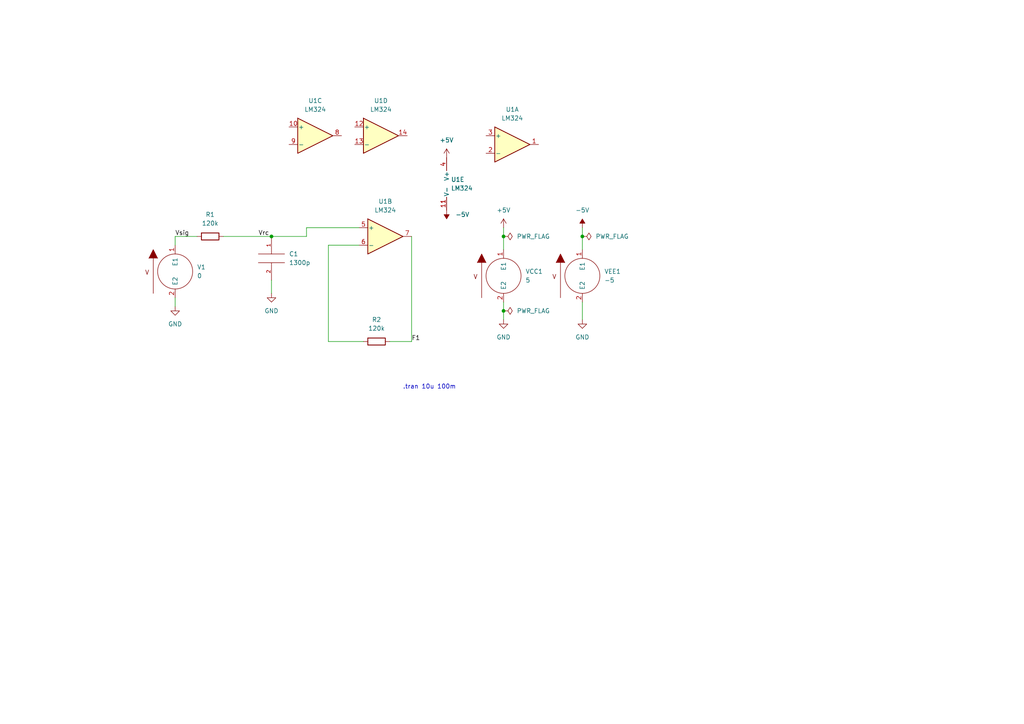
<source format=kicad_sch>
(kicad_sch (version 20211123) (generator eeschema)
  (paper "A4")
  (lib_symbols
    (symbol "Amplifier_Operational:LM324" (pin_names (offset 0.127))
      (property "Reference" "U" (at 0 5.08 0))
      (property "Value" "LM324" (at 0 -5.08 0))
      (symbol "LM324_1_1"
        (polyline (pts (xy -5.08 5.08) (xy 5.08 0) (xy -5.08 -5.08) (xy -5.08 5.08)) (stroke (width 0.254)) (fill (type background)))
        (pin output line (at 7.62 0 180) (length 2.54) (name "~") (number "1"))
        (pin input line (at -7.62 -2.54 0) (length 2.54) (name "-") (number "2"))
        (pin input line (at -7.62 2.54 0) (length 2.54) (name "+") (number "3"))
      )
      (symbol "LM324_2_1"
        (polyline (pts (xy -5.08 5.08) (xy 5.08 0) (xy -5.08 -5.08) (xy -5.08 5.08)) (stroke (width 0.254)) (fill (type background)))
        (pin input line (at -7.62 2.54 0) (length 2.54) (name "+") (number "5"))
        (pin input line (at -7.62 -2.54 0) (length 2.54) (name "-") (number "6"))
        (pin output line (at 7.62 0 180) (length 2.54) (name "~") (number "7"))
      )
      (symbol "LM324_3_1"
        (polyline (pts (xy -5.08 5.08) (xy 5.08 0) (xy -5.08 -5.08) (xy -5.08 5.08)) (stroke (width 0.254)) (fill (type background)))
        (pin input line (at -7.62 2.54 0) (length 2.54) (name "+") (number "10"))
        (pin output line (at 7.62 0 180) (length 2.54) (name "~") (number "8"))
        (pin input line (at -7.62 -2.54 0) (length 2.54) (name "-") (number "9"))
      )
      (symbol "LM324_4_1"
        (polyline (pts (xy -5.08 5.08) (xy 5.08 0) (xy -5.08 -5.08) (xy -5.08 5.08)) (stroke (width 0.254)) (fill (type background)))
        (pin input line (at -7.62 2.54 0) (length 2.54) (name "+") (number "12"))
        (pin input line (at -7.62 -2.54 0) (length 2.54) (name "-") (number "13"))
        (pin output line (at 7.62 0 180) (length 2.54) (name "~") (number "14"))
      )
      (symbol "LM324_5_1"
        (pin power_in line (at -2.54 -7.62 90) (length 3.81) (name "V-") (number "11"))
        (pin power_in line (at -2.54 7.62 270) (length 3.81) (name "V+") (number "4"))
      )
    )
    (symbol "Device:R" (pin_numbers hide) (pin_names (offset 0))
      (property "Reference" "R" (at 2.032 0 90))
      (property "Value" "R" (at 0 0 90))
      (symbol "R_0_1"
        (rectangle (start -1.016 -2.54) (end 1.016 2.54) (stroke (width 0.254)))
      )
      (symbol "R_1_1"
        (pin passive line (at 0 3.81 270) (length 1.27) (name "~") (number "1"))
        (pin passive line (at 0 -3.81 90) (length 1.27) (name "~") (number "2"))
      )
    )
    (symbol "power:+5V" (power) (pin_names (offset 0))
      (property "Value" "+5V" (at 0 3.556 0))
      (symbol "+5V_0_1"
        (polyline (pts (xy -0.762 1.27) (xy 0 2.54)))
        (polyline (pts (xy 0 0) (xy 0 2.54)))
        (polyline (pts (xy 0 2.54) (xy 0.762 1.27)))
      )
      (symbol "+5V_1_1"
        (pin power_in line (at 0 0 90) (length 0) hide (name "+5V") (number "1"))
      )
    )
    (symbol "power:-5V" (power) (pin_names (offset 0))
      (property "Value" "-5V" (at 0 3.81 0))
      (symbol "-5V_0_0"
        (pin power_in line (at 0 0 90) (length 0) hide (name "-5V") (number "1"))
      )
      (symbol "-5V_0_1"
        (polyline (pts (xy 0 0) (xy 0 1.27) (xy 0.762 1.27) (xy 0 2.54) (xy -0.762 1.27) (xy 0 1.27)) (fill (type outline)))
      )
    )
    (symbol "power:GND" (power) (pin_names (offset 0))
      (property "Value" "GND" (at 0 -3.81 0))
      (symbol "GND_0_1"
        (polyline (pts (xy 0 0) (xy 0 -1.27) (xy 1.27 -1.27) (xy 0 -2.54) (xy -1.27 -1.27) (xy 0 -1.27)))
      )
      (symbol "GND_1_1"
        (pin power_in line (at 0 0 270) (length 0) hide (name "GND") (number "1"))
      )
    )
    (symbol "power:PWR_FLAG" (power) (pin_numbers hide) (pin_names (offset 0) hide)
      (property "Value" "PWR_FLAG" (at 0 3.81 0))
      (symbol "PWR_FLAG_0_0"
        (pin power_out line (at 0 0 90) (length 0) (name "pwr") (number "1"))
      )
      (symbol "PWR_FLAG_0_1"
        (polyline (pts (xy 0 0) (xy 0 1.27) (xy -1.016 1.905) (xy 0 2.54) (xy 1.016 1.905) (xy 0 1.27)))
      )
    )
    (symbol "pspice:C" (pin_names (offset 0.254))
      (property "Reference" "C" (at 2.54 3.81 90))
      (property "Value" "C" (at 2.54 -3.81 90))
      (symbol "C_0_1"
        (polyline (pts (xy -3.81 -1.27) (xy 3.81 -1.27)))
        (polyline (pts (xy -3.81 1.27) (xy 3.81 1.27)))
      )
      (symbol "C_1_1"
        (pin passive line (at 0 6.35 270) (length 5.08) (name "~") (number "1"))
        (pin passive line (at 0 -6.35 90) (length 5.08) (name "~") (number "2"))
      )
    )
    (symbol "pspice:VSOURCE" (pin_names (offset 1.016))
      (property "Reference" "V" (at -6.35 7.62 0))
      (property "Value" "VSOURCE" (at 0 0 0))
      (symbol "VSOURCE_0_1"
        (polyline (pts (xy -6.35 -6.35) (xy -6.35 3.81)) (fill (type outline)))
        (polyline (pts (xy -7.62 3.81) (xy -6.35 6.35) (xy -5.08 3.81)) (fill (type outline)))
        (circle (center 0 0) (radius 5.08))
        (text "V" (at -8.128 -0.254 0) (effects (font (size 1.27 1.27))))
      )
      (symbol "VSOURCE_1_1"
        (pin input line (at 0 7.62 270) (length 2.54) (name "E1") (number "1"))
        (pin input line (at 0 -7.62 90) (length 2.54) (name "E2") (number "2"))
      )
    )
  )
  (junction (at 168.91 68.58))
  (junction (at 78.74 68.58))
  (junction (at 146.05 68.58))
  (junction (at 146.05 90.17))
  (wire (pts (xy 168.91 87.63) (xy 168.91 92.71)))
  (wire (pts (xy 64.77 68.58) (xy 78.74 68.58)))
  (wire (pts (xy 78.74 85.09) (xy 78.74 81.28)))
  (wire (pts (xy 119.38 68.58) (xy 119.38 99.06)))
  (wire (pts (xy 50.8 68.58) (xy 57.15 68.58)))
  (wire (pts (xy 105.41 99.06) (xy 95.25 99.06)))
  (wire (pts (xy 146.05 68.58) (xy 146.05 72.39)))
  (wire (pts (xy 50.8 68.58) (xy 50.8 71.12)))
  (wire (pts (xy 95.25 71.12) (xy 95.25 99.06)))
  (wire (pts (xy 88.9 66.04) (xy 88.9 68.58)))
  (wire (pts (xy 113.03 99.06) (xy 119.38 99.06)))
  (wire (pts (xy 95.25 71.12) (xy 104.14 71.12)))
  (wire (pts (xy 88.9 66.04) (xy 104.14 66.04)))
  (wire (pts (xy 168.91 68.58) (xy 168.91 72.39)))
  (wire (pts (xy 168.91 66.04) (xy 168.91 68.58)))
  (wire (pts (xy 50.8 86.36) (xy 50.8 88.9)))
  (wire (pts (xy 146.05 66.04) (xy 146.05 68.58)))
  (wire (pts (xy 146.05 87.63) (xy 146.05 90.17)))
  (wire (pts (xy 88.9 68.58) (xy 78.74 68.58)))
  (wire (pts (xy 146.05 90.17) (xy 146.05 92.71)))
  (text ".tran 10u 100m" (at 116.84 113.03 0) (effects (font (size 1.27 1.27)) (justify left bottom)))
  (label "Vrc" (at 74.93 68.58 0))
  (label "Vsig" (at 50.8 68.58 0))
  (label "F1" (at 119.38 99.06 0))
  (symbol (lib_id "power:GND") (at 50.8 88.9 0) (unit 1)
    (property "Reference" "#PWR01" (effects hide))
    (property "Value" "GND" (at 50.8 93.98 0))
  )
  (symbol (lib_id "power:+5V") (at 146.05 66.04 0) (unit 1)
    (property "Reference" "#PWR05" (effects hide))
    (property "Value" "+5V" (at 146.05 60.96 0))
  )
  (symbol (lib_id "power:PWR_FLAG") (at 168.91 68.58 270) (unit 1)
    (property "Reference" "#FLG03" (effects hide))
    (property "Value" "PWR_FLAG" (at 172.72 68.5799 90) (effects (justify left)))
  )
  (symbol (lib_id "power:GND") (at 168.91 92.71 0) (unit 1)
    (property "Reference" "#PWR08" (effects hide))
    (property "Value" "GND" (at 168.91 97.79 0))
  )
  (symbol (lib_id "Amplifier_Operational:LM324") (at 148.59 41.91 0) (unit 1)
    (property "Reference" "U1" (at 148.59 31.75 0))
    (property "Value" "LM324" (at 148.59 34.29 0))
    (property "Datasheet" "http://www.ti.com/lit/ds/symlink/lm2902-n.pdf" (effects hide))
    (property "Spice_Primitive" "X" (effects hide))
    (property "Spice_Model" "LMX24_LM2902a" (effects hide))
    (property "Spice_Netlist_Enabled" "Y" (effects hide))
    (property "Spice_Lib_File" "D:\\ECE_Projects\\Music_Visualizer\\KiCAD_Tests\\testLM324Quad_SubBass\\lmx24_lm2902-quad.lib" (effects hide))
  )
  (symbol (lib_id "pspice:VSOURCE") (at 168.91 80.01 0) (unit 1)
    (property "Reference" "VEE1" (at 175.26 78.7399 0) (effects (justify left)))
    (property "Value" "-5" (at 175.26 81.2799 0) (effects (justify left)))
    (property "Spice_Primitive" "V" (effects hide))
    (property "Spice_Model" "dc -5" (effects hide))
    (property "Spice_Netlist_Enabled" "Y" (effects hide))
  )
  (symbol (lib_id "pspice:VSOURCE") (at 50.8 78.74 0) (unit 1)
    (property "Reference" "V1" (at 57.15 77.4699 0) (effects (justify left)))
    (property "Value" "0" (at 57.15 80.0099 0) (effects (justify left)))
    (property "Spice_Primitive" "V" (effects hide))
    (property "Spice_Model" "dc 0 ac 1 sin(0 1 100)" (effects hide))
    (property "Spice_Netlist_Enabled" "Y" (effects hide))
  )
  (symbol (lib_id "Amplifier_Operational:LM324") (at 111.76 68.58 0) (unit 2)
    (property "Reference" "U1" (at 111.76 58.42 0))
    (property "Value" "LM324" (at 111.76 60.96 0))
    (property "Datasheet" "http://www.ti.com/lit/ds/symlink/lm2902-n.pdf" (effects hide))
    (property "Spice_Primitive" "X" (effects hide))
    (property "Spice_Model" "LMX24_LM2902a" (effects hide))
    (property "Spice_Netlist_Enabled" "Y" (effects hide))
    (property "Spice_Lib_File" "D:\\ECE_Projects\\Music_Visualizer\\KiCAD_Tests\\testLM324Quad_SubBass\\lmx24_lm2902-quad.lib" (effects hide))
  )
  (symbol (lib_id "power:+5V") (at 129.54 45.72 0) (unit 1)
    (property "Reference" "#PWR03" (effects hide))
    (property "Value" "+5V" (at 129.54 40.64 0))
  )
  (symbol (lib_id "power:-5V") (at 168.91 66.04 0) (unit 1)
    (property "Reference" "#PWR07" (effects hide))
    (property "Value" "-5V" (at 168.91 60.96 0))
  )
  (symbol (lib_id "power:GND") (at 78.74 85.09 0) (unit 1)
    (property "Reference" "#PWR02" (effects hide))
    (property "Value" "GND" (at 78.74 90.17 0))
  )
  (symbol (lib_id "Amplifier_Operational:LM324") (at 110.49 39.37 0) (unit 4)
    (property "Reference" "U1" (at 110.49 29.21 0))
    (property "Value" "LM324" (at 110.49 31.75 0))
    (property "Datasheet" "http://www.ti.com/lit/ds/symlink/lm2902-n.pdf" (effects hide))
    (property "Spice_Primitive" "X" (effects hide))
    (property "Spice_Model" "LMX24_LM2902a" (effects hide))
    (property "Spice_Netlist_Enabled" "Y" (effects hide))
    (property "Spice_Lib_File" "D:\\ECE_Projects\\Music_Visualizer\\KiCAD_Tests\\testLM324Quad_SubBass\\lmx24_lm2902-quad.lib" (effects hide))
  )
  (symbol (lib_id "Amplifier_Operational:LM324") (at 91.44 39.37 0) (unit 3)
    (property "Reference" "U1" (at 91.44 29.21 0))
    (property "Value" "LM324" (at 91.44 31.75 0))
    (property "Datasheet" "http://www.ti.com/lit/ds/symlink/lm2902-n.pdf" (effects hide))
    (property "Spice_Primitive" "X" (effects hide))
    (property "Spice_Model" "LMX24_LM2902a" (effects hide))
    (property "Spice_Netlist_Enabled" "Y" (effects hide))
    (property "Spice_Lib_File" "D:\\ECE_Projects\\Music_Visualizer\\KiCAD_Tests\\testLM324Quad_SubBass\\lmx24_lm2902-quad.lib" (effects hide))
  )
  (symbol (lib_id "Device:R") (at 60.96 68.58 90) (unit 1)
    (property "Reference" "R1" (at 60.96 62.23 90))
    (property "Value" "120k" (at 60.96 64.77 90))
    (property "Footprint" "Resistor_SMD:R_0201_0603Metric" (effects hide))
  )
  (symbol (lib_id "power:PWR_FLAG") (at 146.05 90.17 270) (unit 1)
    (property "Reference" "#FLG02" (effects hide))
    (property "Value" "PWR_FLAG" (at 149.86 90.1699 90) (effects (justify left)))
  )
  (symbol (lib_id "Device:R") (at 109.22 99.06 90) (unit 1)
    (property "Reference" "R2" (at 109.22 92.71 90))
    (property "Value" "120k" (at 109.22 95.25 90))
    (property "Footprint" "Resistor_SMD:R_0201_0603Metric" (effects hide))
  )
  (symbol (lib_id "pspice:C") (at 78.74 74.93 0) (unit 1)
    (property "Reference" "C1" (at 83.82 73.6599 0) (effects (justify left)))
    (property "Value" "1300p" (at 83.82 76.1999 0) (effects (justify left)))
    (property "Footprint" "Capacitor_SMD:C_1210_3225Metric" (effects hide))
  )
  (symbol (lib_id "power:PWR_FLAG") (at 146.05 68.58 270) (unit 1)
    (property "Reference" "#FLG01" (effects hide))
    (property "Value" "PWR_FLAG" (at 149.86 68.5799 90) (effects (justify left)))
  )
  (symbol (lib_id "power:-5V") (at 129.54 60.96 180) (unit 1)
    (property "Reference" "#PWR04" (effects hide))
    (property "Value" "-5V" (at 132.08 62.2299 0) (effects (justify right)))
  )
  (symbol (lib_id "Amplifier_Operational:LM324") (at 132.08 53.34 0) (unit 5)
    (property "Reference" "U1" (at 130.81 52.0699 0) (effects (justify left)))
    (property "Value" "LM324" (at 130.81 54.6099 0) (effects (justify left)))
    (property "Datasheet" "http://www.ti.com/lit/ds/symlink/lm2902-n.pdf" (effects hide))
    (property "Spice_Primitive" "X" (effects hide))
    (property "Spice_Model" "LMX24_LM2902a" (effects hide))
    (property "Spice_Netlist_Enabled" "Y" (effects hide))
    (property "Spice_Lib_File" "D:\\ECE_Projects\\Music_Visualizer\\KiCAD_Tests\\testLM324Quad_SubBass\\lmx24_lm2902-quad.lib" (effects hide))
  )
  (symbol (lib_id "power:GND") (at 146.05 92.71 0) (unit 1)
    (property "Reference" "#PWR06" (effects hide))
    (property "Value" "GND" (at 146.05 97.79 0))
  )
  (symbol (lib_id "pspice:VSOURCE") (at 146.05 80.01 0) (unit 1)
    (property "Reference" "VCC1" (at 152.4 78.7399 0) (effects (justify left)))
    (property "Value" "5" (at 152.4 81.2799 0) (effects (justify left)))
    (property "Spice_Primitive" "V" (effects hide))
    (property "Spice_Model" "dc 5" (effects hide))
    (property "Spice_Netlist_Enabled" "Y" (effects hide))
  )
)
</source>
